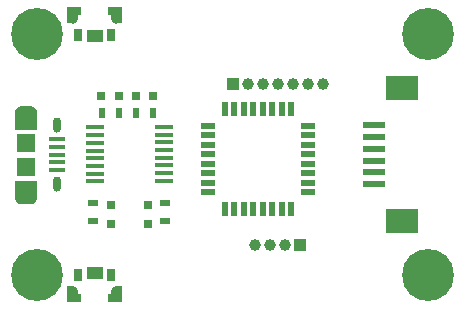
<source format=gts>
G04 #@! TF.GenerationSoftware,KiCad,Pcbnew,(5.1.10)-1*
G04 #@! TF.CreationDate,2021-11-16T23:48:59-08:00*
G04 #@! TF.ProjectId,DigitalFadingLED,44696769-7461-46c4-9661-64696e674c45,rev?*
G04 #@! TF.SameCoordinates,Original*
G04 #@! TF.FileFunction,Soldermask,Top*
G04 #@! TF.FilePolarity,Negative*
%FSLAX46Y46*%
G04 Gerber Fmt 4.6, Leading zero omitted, Abs format (unit mm)*
G04 Created by KiCad (PCBNEW (5.1.10)-1) date 2021-11-16 23:48:59*
%MOMM*%
%LPD*%
G01*
G04 APERTURE LIST*
%ADD10C,0.000100*%
%ADD11R,2.799999X2.100000*%
%ADD12R,1.900000X0.600000*%
%ADD13C,1.000000*%
%ADD14R,1.000000X1.000000*%
%ADD15C,0.100000*%
%ADD16C,0.800000*%
%ADD17R,0.700000X1.100000*%
%ADD18R,1.400000X1.100000*%
%ADD19C,4.399999*%
%ADD20R,0.800000X0.750000*%
%ADD21R,0.800000X0.800000*%
%ADD22O,1.550000X0.775000*%
%ADD23R,1.550000X1.500000*%
%ADD24O,0.650000X1.300000*%
%ADD25R,1.350000X0.400000*%
%ADD26R,0.500000X0.900000*%
%ADD27R,0.900000X0.500000*%
%ADD28R,1.200000X0.500000*%
%ADD29R,0.500000X1.200000*%
%ADD30R,1.500000X0.450000*%
G04 APERTURE END LIST*
D10*
G36*
X51487100Y-56305000D02*
G01*
X51487100Y-54905000D01*
X53237100Y-54905000D01*
X53237100Y-56305000D01*
X53236415Y-56331168D01*
X53234361Y-56357264D01*
X53230944Y-56383217D01*
X53226174Y-56408956D01*
X53220063Y-56434410D01*
X53212628Y-56459508D01*
X53203890Y-56484184D01*
X53193873Y-56508368D01*
X53182603Y-56531995D01*
X53170113Y-56555000D01*
X53156435Y-56577320D01*
X53141608Y-56598893D01*
X53125673Y-56619660D01*
X53108672Y-56639565D01*
X53090653Y-56658553D01*
X53071665Y-56676572D01*
X53051760Y-56693573D01*
X53030993Y-56709508D01*
X53009420Y-56724335D01*
X52987100Y-56738013D01*
X52964095Y-56750503D01*
X52940468Y-56761773D01*
X52916284Y-56771790D01*
X52891608Y-56780528D01*
X52866510Y-56787963D01*
X52841056Y-56794074D01*
X52815317Y-56798844D01*
X52789364Y-56802261D01*
X52763268Y-56804315D01*
X52737100Y-56805000D01*
X51987100Y-56805000D01*
X51960932Y-56804315D01*
X51934836Y-56802261D01*
X51908883Y-56798844D01*
X51883144Y-56794074D01*
X51857690Y-56787963D01*
X51832592Y-56780528D01*
X51807916Y-56771790D01*
X51783732Y-56761773D01*
X51760105Y-56750503D01*
X51737100Y-56738013D01*
X51714780Y-56724335D01*
X51693207Y-56709508D01*
X51672440Y-56693573D01*
X51652535Y-56676572D01*
X51633547Y-56658553D01*
X51615528Y-56639565D01*
X51598527Y-56619660D01*
X51582592Y-56598893D01*
X51567765Y-56577320D01*
X51554087Y-56555000D01*
X51541597Y-56531995D01*
X51530327Y-56508368D01*
X51520310Y-56484184D01*
X51511572Y-56459508D01*
X51504137Y-56434410D01*
X51498026Y-56408956D01*
X51493256Y-56383217D01*
X51489839Y-56357264D01*
X51487785Y-56331168D01*
X51487100Y-56305000D01*
G37*
X51487100Y-56305000D02*
X51487100Y-54905000D01*
X53237100Y-54905000D01*
X53237100Y-56305000D01*
X53236415Y-56331168D01*
X53234361Y-56357264D01*
X53230944Y-56383217D01*
X53226174Y-56408956D01*
X53220063Y-56434410D01*
X53212628Y-56459508D01*
X53203890Y-56484184D01*
X53193873Y-56508368D01*
X53182603Y-56531995D01*
X53170113Y-56555000D01*
X53156435Y-56577320D01*
X53141608Y-56598893D01*
X53125673Y-56619660D01*
X53108672Y-56639565D01*
X53090653Y-56658553D01*
X53071665Y-56676572D01*
X53051760Y-56693573D01*
X53030993Y-56709508D01*
X53009420Y-56724335D01*
X52987100Y-56738013D01*
X52964095Y-56750503D01*
X52940468Y-56761773D01*
X52916284Y-56771790D01*
X52891608Y-56780528D01*
X52866510Y-56787963D01*
X52841056Y-56794074D01*
X52815317Y-56798844D01*
X52789364Y-56802261D01*
X52763268Y-56804315D01*
X52737100Y-56805000D01*
X51987100Y-56805000D01*
X51960932Y-56804315D01*
X51934836Y-56802261D01*
X51908883Y-56798844D01*
X51883144Y-56794074D01*
X51857690Y-56787963D01*
X51832592Y-56780528D01*
X51807916Y-56771790D01*
X51783732Y-56761773D01*
X51760105Y-56750503D01*
X51737100Y-56738013D01*
X51714780Y-56724335D01*
X51693207Y-56709508D01*
X51672440Y-56693573D01*
X51652535Y-56676572D01*
X51633547Y-56658553D01*
X51615528Y-56639565D01*
X51598527Y-56619660D01*
X51582592Y-56598893D01*
X51567765Y-56577320D01*
X51554087Y-56555000D01*
X51541597Y-56531995D01*
X51530327Y-56508368D01*
X51520310Y-56484184D01*
X51511572Y-56459508D01*
X51504137Y-56434410D01*
X51498026Y-56408956D01*
X51493256Y-56383217D01*
X51489839Y-56357264D01*
X51487785Y-56331168D01*
X51487100Y-56305000D01*
G36*
X53237100Y-49105000D02*
G01*
X53237100Y-50505000D01*
X51487100Y-50505000D01*
X51487100Y-49105000D01*
X51487785Y-49078832D01*
X51489839Y-49052736D01*
X51493256Y-49026783D01*
X51498026Y-49001044D01*
X51504137Y-48975590D01*
X51511572Y-48950492D01*
X51520310Y-48925816D01*
X51530327Y-48901632D01*
X51541597Y-48878005D01*
X51554087Y-48855000D01*
X51567765Y-48832680D01*
X51582592Y-48811107D01*
X51598527Y-48790340D01*
X51615528Y-48770435D01*
X51633547Y-48751447D01*
X51652535Y-48733428D01*
X51672440Y-48716427D01*
X51693207Y-48700492D01*
X51714780Y-48685665D01*
X51737100Y-48671987D01*
X51760105Y-48659497D01*
X51783732Y-48648227D01*
X51807916Y-48638210D01*
X51832592Y-48629472D01*
X51857690Y-48622037D01*
X51883144Y-48615926D01*
X51908883Y-48611156D01*
X51934836Y-48607739D01*
X51960932Y-48605685D01*
X51987100Y-48605000D01*
X52737100Y-48605000D01*
X52763268Y-48605685D01*
X52789364Y-48607739D01*
X52815317Y-48611156D01*
X52841056Y-48615926D01*
X52866510Y-48622037D01*
X52891608Y-48629472D01*
X52916284Y-48638210D01*
X52940468Y-48648227D01*
X52964095Y-48659497D01*
X52987100Y-48671987D01*
X53009420Y-48685665D01*
X53030993Y-48700492D01*
X53051760Y-48716427D01*
X53071665Y-48733428D01*
X53090653Y-48751447D01*
X53108672Y-48770435D01*
X53125673Y-48790340D01*
X53141608Y-48811107D01*
X53156435Y-48832680D01*
X53170113Y-48855000D01*
X53182603Y-48878005D01*
X53193873Y-48901632D01*
X53203890Y-48925816D01*
X53212628Y-48950492D01*
X53220063Y-48975590D01*
X53226174Y-49001044D01*
X53230944Y-49026783D01*
X53234361Y-49052736D01*
X53236415Y-49078832D01*
X53237100Y-49105000D01*
G37*
X53237100Y-49105000D02*
X53237100Y-50505000D01*
X51487100Y-50505000D01*
X51487100Y-49105000D01*
X51487785Y-49078832D01*
X51489839Y-49052736D01*
X51493256Y-49026783D01*
X51498026Y-49001044D01*
X51504137Y-48975590D01*
X51511572Y-48950492D01*
X51520310Y-48925816D01*
X51530327Y-48901632D01*
X51541597Y-48878005D01*
X51554087Y-48855000D01*
X51567765Y-48832680D01*
X51582592Y-48811107D01*
X51598527Y-48790340D01*
X51615528Y-48770435D01*
X51633547Y-48751447D01*
X51652535Y-48733428D01*
X51672440Y-48716427D01*
X51693207Y-48700492D01*
X51714780Y-48685665D01*
X51737100Y-48671987D01*
X51760105Y-48659497D01*
X51783732Y-48648227D01*
X51807916Y-48638210D01*
X51832592Y-48629472D01*
X51857690Y-48622037D01*
X51883144Y-48615926D01*
X51908883Y-48611156D01*
X51934836Y-48607739D01*
X51960932Y-48605685D01*
X51987100Y-48605000D01*
X52737100Y-48605000D01*
X52763268Y-48605685D01*
X52789364Y-48607739D01*
X52815317Y-48611156D01*
X52841056Y-48615926D01*
X52866510Y-48622037D01*
X52891608Y-48629472D01*
X52916284Y-48638210D01*
X52940468Y-48648227D01*
X52964095Y-48659497D01*
X52987100Y-48671987D01*
X53009420Y-48685665D01*
X53030993Y-48700492D01*
X53051760Y-48716427D01*
X53071665Y-48733428D01*
X53090653Y-48751447D01*
X53108672Y-48770435D01*
X53125673Y-48790340D01*
X53141608Y-48811107D01*
X53156435Y-48832680D01*
X53170113Y-48855000D01*
X53182603Y-48878005D01*
X53193873Y-48901632D01*
X53203890Y-48925816D01*
X53212628Y-48950492D01*
X53220063Y-48975590D01*
X53226174Y-49001044D01*
X53230944Y-49026783D01*
X53234361Y-49052736D01*
X53236415Y-49078832D01*
X53237100Y-49105000D01*
D11*
X84239600Y-47049000D03*
X84239600Y-58349000D03*
D12*
X81889600Y-55199000D03*
X81889600Y-50199000D03*
X81889600Y-51199000D03*
X81889600Y-52199000D03*
X81889600Y-53199000D03*
X81889600Y-54199000D03*
D13*
X71793100Y-60358020D03*
X73063100Y-60358020D03*
X74333100Y-60358020D03*
D14*
X75603100Y-60358020D03*
D15*
G36*
X60537100Y-41587300D02*
G01*
X60002100Y-41587300D01*
X60002100Y-41585304D01*
X59978408Y-41582971D01*
X59939908Y-41575313D01*
X59902344Y-41563918D01*
X59866078Y-41548896D01*
X59831459Y-41530391D01*
X59798820Y-41508583D01*
X59768476Y-41483680D01*
X59740720Y-41455924D01*
X59715817Y-41425580D01*
X59694009Y-41392941D01*
X59675504Y-41358322D01*
X59660482Y-41322056D01*
X59649087Y-41284492D01*
X59641429Y-41245992D01*
X59637582Y-41206927D01*
X59637582Y-41187300D01*
X59637100Y-41187300D01*
X59637100Y-40887300D01*
X59387100Y-40887300D01*
X59387100Y-40237300D01*
X60537100Y-40237300D01*
X60537100Y-41587300D01*
G37*
G36*
X57027100Y-40887300D02*
G01*
X56777100Y-40887300D01*
X56777100Y-41187300D01*
X56776618Y-41187300D01*
X56776618Y-41206927D01*
X56772771Y-41245992D01*
X56765113Y-41284492D01*
X56753718Y-41322056D01*
X56738696Y-41358322D01*
X56720191Y-41392941D01*
X56698383Y-41425580D01*
X56673480Y-41455924D01*
X56645724Y-41483680D01*
X56615380Y-41508583D01*
X56582741Y-41530391D01*
X56548122Y-41548896D01*
X56511856Y-41563918D01*
X56474292Y-41575313D01*
X56435792Y-41582971D01*
X56412100Y-41585304D01*
X56412100Y-41587300D01*
X55877100Y-41587300D01*
X55877100Y-40237300D01*
X57027100Y-40237300D01*
X57027100Y-40887300D01*
G37*
D16*
X60037100Y-41182300D03*
X56377100Y-41182300D03*
D17*
X59607100Y-42532300D03*
D18*
X58207100Y-42682300D03*
D17*
X56807100Y-42532300D03*
D15*
G36*
X55874100Y-63822700D02*
G01*
X56409100Y-63822700D01*
X56409100Y-63824696D01*
X56432792Y-63827029D01*
X56471292Y-63834687D01*
X56508856Y-63846082D01*
X56545122Y-63861104D01*
X56579741Y-63879609D01*
X56612380Y-63901417D01*
X56642724Y-63926320D01*
X56670480Y-63954076D01*
X56695383Y-63984420D01*
X56717191Y-64017059D01*
X56735696Y-64051678D01*
X56750718Y-64087944D01*
X56762113Y-64125508D01*
X56769771Y-64164008D01*
X56773618Y-64203073D01*
X56773618Y-64222700D01*
X56774100Y-64222700D01*
X56774100Y-64522700D01*
X57024100Y-64522700D01*
X57024100Y-65172700D01*
X55874100Y-65172700D01*
X55874100Y-63822700D01*
G37*
G36*
X59384100Y-64522700D02*
G01*
X59634100Y-64522700D01*
X59634100Y-64222700D01*
X59634582Y-64222700D01*
X59634582Y-64203073D01*
X59638429Y-64164008D01*
X59646087Y-64125508D01*
X59657482Y-64087944D01*
X59672504Y-64051678D01*
X59691009Y-64017059D01*
X59712817Y-63984420D01*
X59737720Y-63954076D01*
X59765476Y-63926320D01*
X59795820Y-63901417D01*
X59828459Y-63879609D01*
X59863078Y-63861104D01*
X59899344Y-63846082D01*
X59936908Y-63834687D01*
X59975408Y-63827029D01*
X59999100Y-63824696D01*
X59999100Y-63822700D01*
X60534100Y-63822700D01*
X60534100Y-65172700D01*
X59384100Y-65172700D01*
X59384100Y-64522700D01*
G37*
D16*
X56374100Y-64227700D03*
X60034100Y-64227700D03*
D17*
X56804100Y-62877700D03*
D18*
X58204100Y-62727700D03*
D17*
X59604100Y-62877700D03*
D19*
X86448900Y-42506900D03*
X86448900Y-62903100D03*
X53340000Y-62903100D03*
X53340000Y-42506900D03*
D20*
X61683200Y-47688500D03*
X63183200Y-47688500D03*
X60286900Y-47688500D03*
X58786900Y-47688500D03*
D21*
X62725300Y-56946800D03*
X62725300Y-58546800D03*
X59563000Y-58572200D03*
X59563000Y-56972200D03*
D22*
X52362100Y-56205000D03*
D23*
X52362100Y-53705000D03*
X52362100Y-51705000D03*
D22*
X52362100Y-49205000D03*
D24*
X55062100Y-55205000D03*
X55062100Y-50205000D03*
D25*
X55062100Y-54005000D03*
X55062100Y-53355000D03*
X55062100Y-52705000D03*
X55062100Y-52055000D03*
X55062100Y-51405000D03*
D26*
X60299600Y-49149000D03*
X58799600Y-49149000D03*
X63183900Y-49161700D03*
X61683900Y-49161700D03*
D27*
X64185800Y-56818400D03*
X64185800Y-58318400D03*
X58077100Y-58319100D03*
X58077100Y-56819100D03*
D28*
X67803100Y-50265100D03*
X67803100Y-51065100D03*
X67803100Y-51865100D03*
X67803100Y-52665100D03*
X67803100Y-53465100D03*
X67803100Y-54265100D03*
X67803100Y-55065100D03*
X67803100Y-55865100D03*
D29*
X69253100Y-48815100D03*
X70053100Y-48815100D03*
X70853100Y-48815100D03*
X71653100Y-48815100D03*
X72453100Y-48815100D03*
X73253100Y-48815100D03*
X74053100Y-48815100D03*
X74853100Y-48815100D03*
X74853100Y-57315100D03*
X74053100Y-57315100D03*
X73253100Y-57315100D03*
X72453100Y-57315100D03*
X71653100Y-57315100D03*
X70853100Y-57315100D03*
X70053100Y-57315100D03*
X69253100Y-57315100D03*
D28*
X76303100Y-53465100D03*
X76303100Y-50265100D03*
X76303100Y-51865100D03*
X76303100Y-52665100D03*
X76303100Y-51065100D03*
X76303100Y-55865100D03*
X76303100Y-55065100D03*
X76303100Y-54265100D03*
D30*
X64058800Y-54914800D03*
X64058800Y-54264800D03*
X64058800Y-53614800D03*
X64058800Y-52964800D03*
X64058800Y-52314800D03*
X64058800Y-51664800D03*
X64058800Y-51014800D03*
X64058800Y-50374800D03*
X58258800Y-50374800D03*
X58258800Y-51034800D03*
X58258800Y-51694800D03*
X58258800Y-52354800D03*
X58258800Y-53004800D03*
X58258800Y-53654800D03*
X58258800Y-54314800D03*
X58258800Y-54964800D03*
D14*
X69888100Y-46736000D03*
D13*
X71158100Y-46736000D03*
X72428100Y-46736000D03*
X73698100Y-46736000D03*
X74968100Y-46736000D03*
X76238100Y-46736000D03*
X77508100Y-46736000D03*
M02*

</source>
